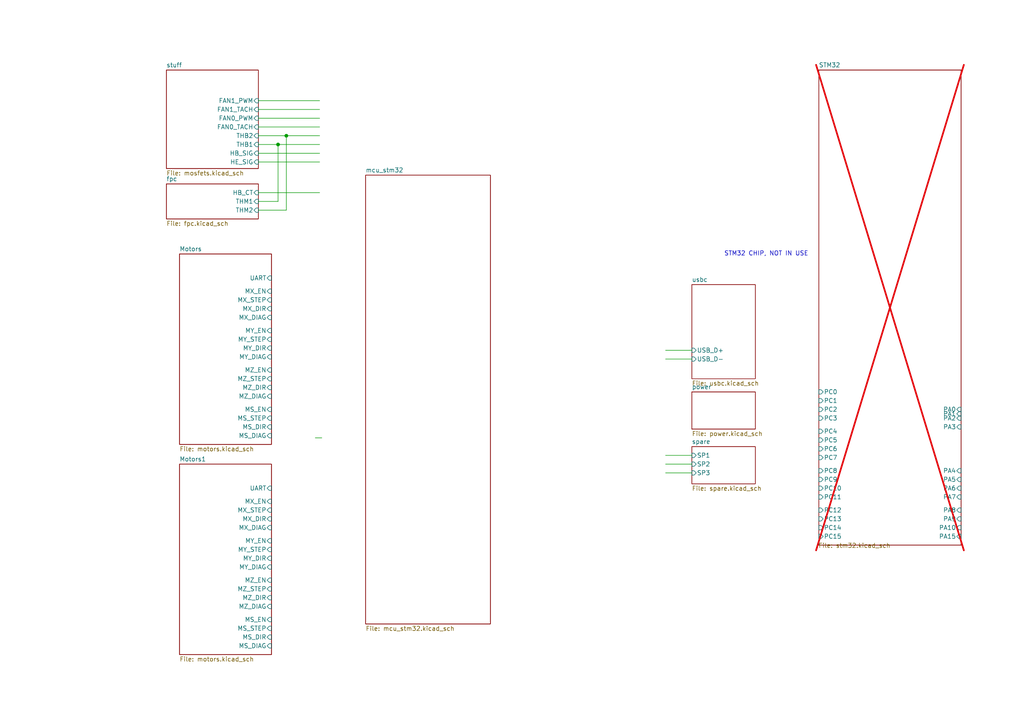
<source format=kicad_sch>
(kicad_sch
	(version 20250114)
	(generator "eeschema")
	(generator_version "9.0")
	(uuid "a288b6e0-7c74-4cd9-8c53-d587802da1e5")
	(paper "A4")
	(lib_symbols)
	(text "STM32 CHIP, NOT IN USE"
		(exclude_from_sim no)
		(at 222.25 73.66 0)
		(effects
			(font
				(size 1.27 1.27)
			)
		)
		(uuid "8c2d4954-c64f-45ae-a6bb-a923640a08fd")
	)
	(junction
		(at 80.645 41.91)
		(diameter 0)
		(color 0 0 0 0)
		(uuid "06d3fc7d-60a3-4034-a9a8-f8c1765f8b37")
	)
	(junction
		(at 83.0497 39.37)
		(diameter 0)
		(color 0 0 0 0)
		(uuid "83b98499-b24c-41be-ad73-3e65ea4cec9a")
	)
	(wire
		(pts
			(xy 74.93 39.37) (xy 83.0497 39.37)
		)
		(stroke
			(width 0)
			(type default)
		)
		(uuid "0974fe1a-0792-4cb8-b449-4fc2bb9cdc2a")
	)
	(wire
		(pts
			(xy 193.04 101.6) (xy 200.66 101.6)
		)
		(stroke
			(width 0)
			(type default)
		)
		(uuid "105d0e84-8c8d-416a-ba6a-5b62cde5aa9d")
	)
	(wire
		(pts
			(xy 74.93 60.96) (xy 83.0497 60.96)
		)
		(stroke
			(width 0)
			(type default)
		)
		(uuid "12189b55-5064-4f1f-ab48-500b884b3a64")
	)
	(wire
		(pts
			(xy 74.93 41.91) (xy 80.645 41.91)
		)
		(stroke
			(width 0)
			(type default)
		)
		(uuid "12c8fe60-c4c2-4bb0-ad51-a5ddcdeb3eea")
	)
	(wire
		(pts
			(xy 193.04 104.14) (xy 200.66 104.14)
		)
		(stroke
			(width 0)
			(type default)
		)
		(uuid "34edcce4-7b31-4258-a1b1-08df57e22e39")
	)
	(wire
		(pts
			(xy 74.93 55.88) (xy 92.71 55.88)
		)
		(stroke
			(width 0)
			(type default)
		)
		(uuid "4cca0b73-76f6-4d85-a1d6-eb38d41e82f8")
	)
	(wire
		(pts
			(xy 74.93 36.83) (xy 92.71 36.83)
		)
		(stroke
			(width 0)
			(type default)
		)
		(uuid "501287f7-befc-47ac-8137-fd9af77fed9b")
	)
	(wire
		(pts
			(xy 74.93 58.42) (xy 80.645 58.42)
		)
		(stroke
			(width 0)
			(type default)
		)
		(uuid "5a18361b-7ab2-46ab-b1b5-fd241dce62b0")
	)
	(wire
		(pts
			(xy 193.04 132.08) (xy 200.66 132.08)
		)
		(stroke
			(width 0)
			(type default)
		)
		(uuid "5f2f181a-7765-428d-9111-8d834ac74781")
	)
	(wire
		(pts
			(xy 74.93 44.45) (xy 92.71 44.45)
		)
		(stroke
			(width 0)
			(type default)
		)
		(uuid "7facdec9-fb32-4473-8011-34a122d407c9")
	)
	(wire
		(pts
			(xy 74.93 46.99) (xy 92.71 46.99)
		)
		(stroke
			(width 0)
			(type default)
		)
		(uuid "97734dc2-3c01-4987-a3a7-3b1bf8233c57")
	)
	(wire
		(pts
			(xy 80.645 41.91) (xy 92.71 41.91)
		)
		(stroke
			(width 0)
			(type default)
		)
		(uuid "98e432c3-d916-4609-a6c0-9f5ab0710c0e")
	)
	(wire
		(pts
			(xy 74.93 29.21) (xy 92.71 29.21)
		)
		(stroke
			(width 0)
			(type default)
		)
		(uuid "a0843c20-2a36-464d-89e6-ea74c98cff88")
	)
	(wire
		(pts
			(xy 80.645 58.42) (xy 80.645 41.91)
		)
		(stroke
			(width 0)
			(type default)
		)
		(uuid "a1b931ca-548d-4861-9ce9-3c0928aa96e1")
	)
	(wire
		(pts
			(xy 193.04 137.16) (xy 200.66 137.16)
		)
		(stroke
			(width 0)
			(type default)
		)
		(uuid "a509b8db-7c7f-4c9c-a921-a728a2ed535e")
	)
	(wire
		(pts
			(xy 74.93 31.75) (xy 92.71 31.75)
		)
		(stroke
			(width 0)
			(type default)
		)
		(uuid "bb6b16a0-6bcc-4a46-83e6-76efbe13768c")
	)
	(wire
		(pts
			(xy 74.93 34.29) (xy 92.71 34.29)
		)
		(stroke
			(width 0)
			(type default)
		)
		(uuid "c2782836-4361-4f09-aeec-6414bce550ed")
	)
	(wire
		(pts
			(xy 83.0497 60.96) (xy 83.0497 39.37)
		)
		(stroke
			(width 0)
			(type default)
		)
		(uuid "c722e211-1ad2-453e-b552-5a1c6d721508")
	)
	(wire
		(pts
			(xy 91.44 127) (xy 93.345 127)
		)
		(stroke
			(width 0)
			(type default)
		)
		(uuid "dfa15363-8498-4dab-b645-49ff40eb2842")
	)
	(wire
		(pts
			(xy 193.04 134.62) (xy 200.66 134.62)
		)
		(stroke
			(width 0)
			(type default)
		)
		(uuid "f37c8275-984a-46d2-ba9d-a1061bca92ff")
	)
	(wire
		(pts
			(xy 83.0497 39.37) (xy 92.71 39.37)
		)
		(stroke
			(width 0)
			(type default)
		)
		(uuid "fecc168a-c7bc-4a01-b15c-69700f096bc5")
	)
	(sheet
		(at 52.07 134.62)
		(size 26.67 55.245)
		(exclude_from_sim no)
		(in_bom yes)
		(on_board yes)
		(dnp no)
		(fields_autoplaced yes)
		(stroke
			(width 0.1524)
			(type solid)
		)
		(fill
			(color 0 0 0 0.0000)
		)
		(uuid "55a65d08-43ee-456e-9750-5e9df50d0c33")
		(property "Sheetname" "Motors1"
			(at 52.07 133.9084 0)
			(effects
				(font
					(size 1.27 1.27)
				)
				(justify left bottom)
			)
		)
		(property "Sheetfile" "motors.kicad_sch"
			(at 52.07 190.4496 0)
			(effects
				(font
					(size 1.27 1.27)
				)
				(justify left top)
			)
		)
		(pin "MX_EN" input
			(at 78.74 145.415 0)
			(uuid "32fb3c55-8887-4665-aeee-2f2c7e04231e")
			(effects
				(font
					(size 1.27 1.27)
				)
				(justify right)
			)
		)
		(pin "MX_DIAG" input
			(at 78.74 153.035 0)
			(uuid "bdfbc95f-5501-4ca2-ad41-8f8ab29e05fa")
			(effects
				(font
					(size 1.27 1.27)
				)
				(justify right)
			)
		)
		(pin "MS_DIAG" input
			(at 78.74 187.325 0)
			(uuid "d40eb645-ede8-4564-964a-259ae7ff636b")
			(effects
				(font
					(size 1.27 1.27)
				)
				(justify right)
			)
		)
		(pin "MS_EN" input
			(at 78.74 179.705 0)
			(uuid "1d3480c0-2b5a-4752-92e0-a61ca674bd4c")
			(effects
				(font
					(size 1.27 1.27)
				)
				(justify right)
			)
		)
		(pin "MS_DIR" input
			(at 78.74 184.785 0)
			(uuid "cf1c55dd-2c3b-415f-be5e-e9d69b1ae79d")
			(effects
				(font
					(size 1.27 1.27)
				)
				(justify right)
			)
		)
		(pin "MS_STEP" input
			(at 78.74 182.245 0)
			(uuid "788d7e07-72d8-4b91-8d1f-fbfa1cada693")
			(effects
				(font
					(size 1.27 1.27)
				)
				(justify right)
			)
		)
		(pin "MX_DIR" input
			(at 78.74 150.495 0)
			(uuid "7a174314-5a90-4730-8df9-6c3ecd2275fa")
			(effects
				(font
					(size 1.27 1.27)
				)
				(justify right)
			)
		)
		(pin "MX_STEP" input
			(at 78.74 147.955 0)
			(uuid "10e77176-d4c8-471e-b412-2dcea805c65f")
			(effects
				(font
					(size 1.27 1.27)
				)
				(justify right)
			)
		)
		(pin "MY_STEP" input
			(at 78.74 159.385 0)
			(uuid "77bbf008-2b33-498d-a495-70ad00dd55a5")
			(effects
				(font
					(size 1.27 1.27)
				)
				(justify right)
			)
		)
		(pin "MY_DIAG" input
			(at 78.74 164.465 0)
			(uuid "69e5b0e4-eb5b-4efc-aeb6-edfa763dfa8a")
			(effects
				(font
					(size 1.27 1.27)
				)
				(justify right)
			)
		)
		(pin "MY_EN" input
			(at 78.74 156.845 0)
			(uuid "5a579465-a16c-42bc-921b-fe87be783345")
			(effects
				(font
					(size 1.27 1.27)
				)
				(justify right)
			)
		)
		(pin "MY_DIR" input
			(at 78.74 161.925 0)
			(uuid "89859c80-0231-4b98-b1ab-53c46893fa4b")
			(effects
				(font
					(size 1.27 1.27)
				)
				(justify right)
			)
		)
		(pin "MZ_DIAG" input
			(at 78.74 175.895 0)
			(uuid "5d5d2d22-6b75-482a-9250-b3da0c81a15f")
			(effects
				(font
					(size 1.27 1.27)
				)
				(justify right)
			)
		)
		(pin "MZ_EN" input
			(at 78.74 168.275 0)
			(uuid "87d1dcf2-b799-4f0c-814a-39a1f1b16463")
			(effects
				(font
					(size 1.27 1.27)
				)
				(justify right)
			)
		)
		(pin "MZ_DIR" input
			(at 78.74 173.355 0)
			(uuid "50c9007c-fe93-4bcc-9541-fc17a49ee9b7")
			(effects
				(font
					(size 1.27 1.27)
				)
				(justify right)
			)
		)
		(pin "MZ_STEP" input
			(at 78.74 170.815 0)
			(uuid "1cd63d5f-fe40-4b4d-bc2d-a35a78a3d4a0")
			(effects
				(font
					(size 1.27 1.27)
				)
				(justify right)
			)
		)
		(pin "UART" input
			(at 78.74 141.605 0)
			(uuid "62910191-75e1-4bb0-ac2b-6b0769a41952")
			(effects
				(font
					(size 1.27 1.27)
				)
				(justify right)
			)
		)
		(instances
			(project "A1_SMD_MB"
				(path "/a288b6e0-7c74-4cd9-8c53-d587802da1e5"
					(page "14")
				)
			)
		)
	)
	(sheet
		(at 200.66 82.55)
		(size 18.415 27.305)
		(exclude_from_sim no)
		(in_bom yes)
		(on_board yes)
		(dnp no)
		(fields_autoplaced yes)
		(stroke
			(width 0.1524)
			(type solid)
		)
		(fill
			(color 0 0 0 0.0000)
		)
		(uuid "76e2f7e6-53e2-44a4-83c5-ae92990d36c3")
		(property "Sheetname" "usbc"
			(at 200.66 81.8384 0)
			(effects
				(font
					(size 1.27 1.27)
				)
				(justify left bottom)
			)
		)
		(property "Sheetfile" "usbc.kicad_sch"
			(at 200.66 110.4396 0)
			(effects
				(font
					(size 1.27 1.27)
				)
				(justify left top)
			)
		)
		(pin "USB_D-" input
			(at 200.66 104.14 180)
			(uuid "f837ed7b-3469-423e-ab7f-daae0e3127e0")
			(effects
				(font
					(size 1.27 1.27)
				)
				(justify left)
			)
		)
		(pin "USB_D+" input
			(at 200.66 101.6 180)
			(uuid "5f14b671-dca2-47dd-896a-834d1081c1fb")
			(effects
				(font
					(size 1.27 1.27)
				)
				(justify left)
			)
		)
		(instances
			(project "A1_SMD_MB"
				(path "/a288b6e0-7c74-4cd9-8c53-d587802da1e5"
					(page "13")
				)
			)
		)
	)
	(sheet
		(at 48.26 53.34)
		(size 26.67 10.16)
		(exclude_from_sim no)
		(in_bom yes)
		(on_board yes)
		(dnp no)
		(fields_autoplaced yes)
		(stroke
			(width 0.1524)
			(type solid)
		)
		(fill
			(color 0 0 0 0.0000)
		)
		(uuid "904ae54b-5786-47e6-9eb2-c3b704383801")
		(property "Sheetname" "fpc"
			(at 48.26 52.6284 0)
			(effects
				(font
					(size 1.27 1.27)
				)
				(justify left bottom)
			)
		)
		(property "Sheetfile" "fpc.kicad_sch"
			(at 48.26 64.0846 0)
			(effects
				(font
					(size 1.27 1.27)
				)
				(justify left top)
			)
		)
		(pin "THM2" input
			(at 74.93 60.96 0)
			(uuid "5fae6818-4b03-4ca0-85ae-1e01f7c6f21c")
			(effects
				(font
					(size 1.27 1.27)
				)
				(justify right)
			)
		)
		(pin "THM1" input
			(at 74.93 58.42 0)
			(uuid "68f2191d-b462-40b3-afb1-8a620bbf1ede")
			(effects
				(font
					(size 1.27 1.27)
				)
				(justify right)
			)
		)
		(pin "HB_CT" input
			(at 74.93 55.88 0)
			(uuid "22378b4e-56aa-4fad-bdd1-7c2654119738")
			(effects
				(font
					(size 1.27 1.27)
				)
				(justify right)
			)
		)
		(instances
			(project "A1_SMD_MB"
				(path "/a288b6e0-7c74-4cd9-8c53-d587802da1e5"
					(page "8")
				)
			)
		)
	)
	(sheet
		(at 52.07 73.66)
		(size 26.67 55.245)
		(exclude_from_sim no)
		(in_bom yes)
		(on_board yes)
		(dnp no)
		(fields_autoplaced yes)
		(stroke
			(width 0.1524)
			(type solid)
		)
		(fill
			(color 0 0 0 0.0000)
		)
		(uuid "a00a7ee4-471c-4552-bc8c-cbcb57c96fdf")
		(property "Sheetname" "Motors"
			(at 52.07 72.9484 0)
			(effects
				(font
					(size 1.27 1.27)
				)
				(justify left bottom)
			)
		)
		(property "Sheetfile" "motors.kicad_sch"
			(at 52.07 129.4896 0)
			(effects
				(font
					(size 1.27 1.27)
				)
				(justify left top)
			)
		)
		(pin "MX_EN" input
			(at 78.74 84.455 0)
			(uuid "bb2f0c1b-b9b1-4204-b11a-177801246c84")
			(effects
				(font
					(size 1.27 1.27)
				)
				(justify right)
			)
		)
		(pin "MX_DIAG" input
			(at 78.74 92.075 0)
			(uuid "2bded50c-91ae-40c2-8fdf-afbcab99f8cc")
			(effects
				(font
					(size 1.27 1.27)
				)
				(justify right)
			)
		)
		(pin "MS_DIAG" input
			(at 78.74 126.365 0)
			(uuid "362d32a2-8466-4bc4-a142-b850098a1b41")
			(effects
				(font
					(size 1.27 1.27)
				)
				(justify right)
			)
		)
		(pin "MS_EN" input
			(at 78.74 118.745 0)
			(uuid "e800f780-315c-44b3-a40e-e3b28b546a46")
			(effects
				(font
					(size 1.27 1.27)
				)
				(justify right)
			)
		)
		(pin "MS_DIR" input
			(at 78.74 123.825 0)
			(uuid "57b72471-e2c7-48f2-9aef-404c84a4d2d8")
			(effects
				(font
					(size 1.27 1.27)
				)
				(justify right)
			)
		)
		(pin "MS_STEP" input
			(at 78.74 121.285 0)
			(uuid "7b55a991-dc73-4ecd-9fd9-fb3cd129c50b")
			(effects
				(font
					(size 1.27 1.27)
				)
				(justify right)
			)
		)
		(pin "MX_DIR" input
			(at 78.74 89.535 0)
			(uuid "cd63c91d-417c-4500-8c33-6ece6ad918e2")
			(effects
				(font
					(size 1.27 1.27)
				)
				(justify right)
			)
		)
		(pin "MX_STEP" input
			(at 78.74 86.995 0)
			(uuid "5c220a4d-09bc-4c95-9c4f-71c3b4f9a8fd")
			(effects
				(font
					(size 1.27 1.27)
				)
				(justify right)
			)
		)
		(pin "MY_STEP" input
			(at 78.74 98.425 0)
			(uuid "c60ccee4-79dd-481f-af31-bfdb7d9b5d0f")
			(effects
				(font
					(size 1.27 1.27)
				)
				(justify right)
			)
		)
		(pin "MY_DIAG" input
			(at 78.74 103.505 0)
			(uuid "8586e70c-ca14-40c4-871f-657002b22511")
			(effects
				(font
					(size 1.27 1.27)
				)
				(justify right)
			)
		)
		(pin "MY_EN" input
			(at 78.74 95.885 0)
			(uuid "f045e69d-b5ad-47fe-b646-f702e31b0e98")
			(effects
				(font
					(size 1.27 1.27)
				)
				(justify right)
			)
		)
		(pin "MY_DIR" input
			(at 78.74 100.965 0)
			(uuid "55130cff-2b06-44af-9956-ce6935940f23")
			(effects
				(font
					(size 1.27 1.27)
				)
				(justify right)
			)
		)
		(pin "MZ_DIAG" input
			(at 78.74 114.935 0)
			(uuid "2f27aefa-5902-4fe2-9cb5-41e16e25d072")
			(effects
				(font
					(size 1.27 1.27)
				)
				(justify right)
			)
		)
		(pin "MZ_EN" input
			(at 78.74 107.315 0)
			(uuid "6d2e32b6-d4c4-40af-87cd-f5de8ab4632c")
			(effects
				(font
					(size 1.27 1.27)
				)
				(justify right)
			)
		)
		(pin "MZ_DIR" input
			(at 78.74 112.395 0)
			(uuid "d46aff5c-c23c-4a85-94c2-f7bca74cbe3d")
			(effects
				(font
					(size 1.27 1.27)
				)
				(justify right)
			)
		)
		(pin "MZ_STEP" input
			(at 78.74 109.855 0)
			(uuid "1801bedd-a524-43b8-b462-f31b84067617")
			(effects
				(font
					(size 1.27 1.27)
				)
				(justify right)
			)
		)
		(pin "UART" input
			(at 78.74 80.645 0)
			(uuid "f025decc-97ca-42fd-8d28-86e6a11b89fe")
			(effects
				(font
					(size 1.27 1.27)
				)
				(justify right)
			)
		)
		(instances
			(project "A1_SMD_MB"
				(path "/a288b6e0-7c74-4cd9-8c53-d587802da1e5"
					(page "3")
				)
			)
		)
	)
	(sheet
		(at 200.66 113.665)
		(size 18.415 10.795)
		(exclude_from_sim no)
		(in_bom yes)
		(on_board yes)
		(dnp no)
		(fields_autoplaced yes)
		(stroke
			(width 0.1524)
			(type solid)
		)
		(fill
			(color 0 0 0 0.0000)
		)
		(uuid "a68aa3b6-5c71-4234-b6ef-cd83ec75fe4e")
		(property "Sheetname" "power"
			(at 200.66 112.9534 0)
			(effects
				(font
					(size 1.27 1.27)
				)
				(justify left bottom)
			)
		)
		(property "Sheetfile" "power.kicad_sch"
			(at 200.66 125.0446 0)
			(effects
				(font
					(size 1.27 1.27)
				)
				(justify left top)
			)
		)
		(instances
			(project "A1_SMD_MB"
				(path "/a288b6e0-7c74-4cd9-8c53-d587802da1e5"
					(page "11")
				)
			)
		)
	)
	(sheet
		(at 200.66 129.54)
		(size 18.415 10.795)
		(exclude_from_sim no)
		(in_bom yes)
		(on_board yes)
		(dnp no)
		(fields_autoplaced yes)
		(stroke
			(width 0.1524)
			(type solid)
		)
		(fill
			(color 0 0 0 0.0000)
		)
		(uuid "aacd0382-e1f8-413b-8d04-188190fbb7e1")
		(property "Sheetname" "spare"
			(at 200.66 128.8284 0)
			(effects
				(font
					(size 1.27 1.27)
				)
				(justify left bottom)
			)
		)
		(property "Sheetfile" "spare.kicad_sch"
			(at 200.66 140.9196 0)
			(effects
				(font
					(size 1.27 1.27)
				)
				(justify left top)
			)
		)
		(pin "SP3" input
			(at 200.66 137.16 180)
			(uuid "a1bef569-9be7-4ce2-a6ea-1a9a186c8a35")
			(effects
				(font
					(size 1.27 1.27)
				)
				(justify left)
			)
		)
		(pin "SP1" input
			(at 200.66 132.08 180)
			(uuid "3b27ad53-e05f-4e11-ba89-c72b6f366578")
			(effects
				(font
					(size 1.27 1.27)
				)
				(justify left)
			)
		)
		(pin "SP2" input
			(at 200.66 134.62 180)
			(uuid "ca038afd-bde0-4548-abbf-46ea197df59f")
			(effects
				(font
					(size 1.27 1.27)
				)
				(justify left)
			)
		)
		(instances
			(project "A1_SMD_MB"
				(path "/a288b6e0-7c74-4cd9-8c53-d587802da1e5"
					(page "12")
				)
			)
		)
	)
	(sheet
		(at 237.49 20.32)
		(size 41.275 137.795)
		(exclude_from_sim yes)
		(in_bom no)
		(on_board no)
		(dnp yes)
		(stroke
			(width 0.1524)
			(type solid)
		)
		(fill
			(color 0 0 0 0.0000)
		)
		(uuid "dad61dce-0c7e-45e0-9345-a3ece91c1e87")
		(property "Sheetname" "STM32"
			(at 237.49 19.6084 0)
			(effects
				(font
					(size 1.27 1.27)
				)
				(justify left bottom)
			)
		)
		(property "Sheetfile" "stm32.kicad_sch"
			(at 237.363 157.48 0)
			(effects
				(font
					(size 1.27 1.27)
				)
				(justify left top)
			)
		)
		(pin "PA10" input
			(at 278.765 153.035 0)
			(uuid "da19c463-a037-4400-b362-d751bd63b83d")
			(effects
				(font
					(size 1.27 1.27)
				)
				(justify right)
			)
		)
		(pin "PA3" input
			(at 278.765 123.825 0)
			(uuid "2d694acb-a776-4983-9a1f-e38f5d8e10dd")
			(effects
				(font
					(size 1.27 1.27)
				)
				(justify right)
			)
		)
		(pin "PA15" input
			(at 278.765 155.575 0)
			(uuid "754daf9e-6f17-4ed1-95d2-7f16e58a8235")
			(effects
				(font
					(size 1.27 1.27)
				)
				(justify right)
			)
		)
		(pin "PA5" input
			(at 278.765 139.065 0)
			(uuid "8ce3c7b1-a959-4605-9203-a94ddaa2dd7b")
			(effects
				(font
					(size 1.27 1.27)
				)
				(justify right)
			)
		)
		(pin "PA7" input
			(at 278.765 144.145 0)
			(uuid "ed763b5a-e6c6-4568-b821-dfc79efced20")
			(effects
				(font
					(size 1.27 1.27)
				)
				(justify right)
			)
		)
		(pin "PA0" input
			(at 278.765 118.745 0)
			(uuid "3d699f35-9a33-442b-8c91-4ca4a02bd77b")
			(effects
				(font
					(size 1.27 1.27)
				)
				(justify right)
			)
		)
		(pin "PA2" input
			(at 278.765 121.285 0)
			(uuid "4b579cd8-3cb8-4825-8cdf-92d2f6294e77")
			(effects
				(font
					(size 1.27 1.27)
				)
				(justify right)
			)
		)
		(pin "PA1" input
			(at 278.765 120.015 0)
			(uuid "96a75982-dbe4-401e-8bfb-86eb140a1d09")
			(effects
				(font
					(size 1.27 1.27)
				)
				(justify right)
			)
		)
		(pin "PA9" input
			(at 278.765 150.495 0)
			(uuid "6d6b3c10-4114-4b66-89c8-9fee0cf98efd")
			(effects
				(font
					(size 1.27 1.27)
				)
				(justify right)
			)
		)
		(pin "PA8" input
			(at 278.765 147.955 0)
			(uuid "1bffe0b7-364d-45a1-9404-f0d80e4d4438")
			(effects
				(font
					(size 1.27 1.27)
				)
				(justify right)
			)
		)
		(pin "PA6" input
			(at 278.765 141.605 0)
			(uuid "f561320a-617c-44a5-8dd1-2610dda089b2")
			(effects
				(font
					(size 1.27 1.27)
				)
				(justify right)
			)
		)
		(pin "PA4" input
			(at 278.765 136.525 0)
			(uuid "e05aa06e-7c7e-4d87-8249-986fe15afffb")
			(effects
				(font
					(size 1.27 1.27)
				)
				(justify right)
			)
		)
		(pin "PC0" input
			(at 237.49 113.665 180)
			(uuid "74a0f9aa-3c78-4a81-963a-5b9f22716c43")
			(effects
				(font
					(size 1.27 1.27)
				)
				(justify left)
			)
		)
		(pin "PC2" input
			(at 237.49 118.745 180)
			(uuid "3f8c105c-6519-4db7-aaa1-3973818d8797")
			(effects
				(font
					(size 1.27 1.27)
				)
				(justify left)
			)
		)
		(pin "PC6" input
			(at 237.49 130.175 180)
			(uuid "b12fb08b-46eb-41f8-9d3a-038c263bcc40")
			(effects
				(font
					(size 1.27 1.27)
				)
				(justify left)
			)
		)
		(pin "PC3" input
			(at 237.49 121.285 180)
			(uuid "f268a594-d6f7-4031-9984-cc97791e0dc3")
			(effects
				(font
					(size 1.27 1.27)
				)
				(justify left)
			)
		)
		(pin "PC5" input
			(at 237.49 127.635 180)
			(uuid "2fad70d9-f45b-4611-8d1b-3e3ea17e7a35")
			(effects
				(font
					(size 1.27 1.27)
				)
				(justify left)
			)
		)
		(pin "PC13" input
			(at 237.49 150.495 180)
			(uuid "ba3dcee7-777e-48a0-a006-c3be0e3e6d65")
			(effects
				(font
					(size 1.27 1.27)
				)
				(justify left)
			)
		)
		(pin "PC11" input
			(at 237.49 144.145 180)
			(uuid "39b1d279-25c0-49dc-8e05-f1bd4827a84d")
			(effects
				(font
					(size 1.27 1.27)
				)
				(justify left)
			)
		)
		(pin "PC8" input
			(at 237.49 136.525 180)
			(uuid "5b540e3b-0f9e-4ff8-8160-3291aee0c7da")
			(effects
				(font
					(size 1.27 1.27)
				)
				(justify left)
			)
		)
		(pin "PC15" input
			(at 237.49 155.575 180)
			(uuid "520c633d-8609-42e9-ad61-e8d2de706ba2")
			(effects
				(font
					(size 1.27 1.27)
				)
				(justify left)
			)
		)
		(pin "PC12" input
			(at 237.49 147.955 180)
			(uuid "ee46b777-d552-4139-be9c-730184b90d52")
			(effects
				(font
					(size 1.27 1.27)
				)
				(justify left)
			)
		)
		(pin "PC7" input
			(at 237.49 132.715 180)
			(uuid "8b165df5-0bf6-462a-be9c-508768ac1c84")
			(effects
				(font
					(size 1.27 1.27)
				)
				(justify left)
			)
		)
		(pin "PC14" input
			(at 237.49 153.035 180)
			(uuid "faf49913-d775-49c4-b7d7-e223ec7faa3c")
			(effects
				(font
					(size 1.27 1.27)
				)
				(justify left)
			)
		)
		(pin "PC10" input
			(at 237.49 141.605 180)
			(uuid "5edf9c0b-1e4f-4a81-9e69-e2d89d998c17")
			(effects
				(font
					(size 1.27 1.27)
				)
				(justify left)
			)
		)
		(pin "PC9" input
			(at 237.49 139.065 180)
			(uuid "0684ac13-f4c9-4072-bd51-e9f8b06f3edc")
			(effects
				(font
					(size 1.27 1.27)
				)
				(justify left)
			)
		)
		(pin "PC4" input
			(at 237.49 125.095 180)
			(uuid "2d0388f1-713e-45ee-8218-322fbb4b1483")
			(effects
				(font
					(size 1.27 1.27)
				)
				(justify left)
			)
		)
		(pin "PC1" input
			(at 237.49 116.205 180)
			(uuid "c84a83f1-ba57-4a00-86f0-fcc8f6ff3d4a")
			(effects
				(font
					(size 1.27 1.27)
				)
				(justify left)
			)
		)
		(instances
			(project "A1_SMD_MB"
				(path "/a288b6e0-7c74-4cd9-8c53-d587802da1e5"
					(page "2")
				)
			)
		)
	)
	(sheet
		(at 106.045 50.8)
		(size 36.195 130.175)
		(exclude_from_sim no)
		(in_bom yes)
		(on_board yes)
		(dnp no)
		(fields_autoplaced yes)
		(stroke
			(width 0.1524)
			(type solid)
		)
		(fill
			(color 0 0 0 0.0000)
		)
		(uuid "e0d86a4f-3cb1-4133-9a3e-a1a5b106f425")
		(property "Sheetname" "mcu_stm32"
			(at 106.045 50.0884 0)
			(effects
				(font
					(size 1.27 1.27)
				)
				(justify left bottom)
			)
		)
		(property "Sheetfile" "mcu_stm32.kicad_sch"
			(at 106.045 181.5596 0)
			(effects
				(font
					(size 1.27 1.27)
				)
				(justify left top)
			)
		)
		(instances
			(project "A1_SMD_MB"
				(path "/a288b6e0-7c74-4cd9-8c53-d587802da1e5"
					(page "18")
				)
			)
		)
	)
	(sheet
		(at 48.26 20.32)
		(size 26.67 28.575)
		(exclude_from_sim no)
		(in_bom yes)
		(on_board yes)
		(dnp no)
		(fields_autoplaced yes)
		(stroke
			(width 0.1524)
			(type solid)
		)
		(fill
			(color 0 0 0 0.0000)
		)
		(uuid "f36bb712-cbb8-477f-bcce-ac4f531d8c54")
		(property "Sheetname" "stuff"
			(at 48.26 19.6084 0)
			(effects
				(font
					(size 1.27 1.27)
				)
				(justify left bottom)
			)
		)
		(property "Sheetfile" "mosfets.kicad_sch"
			(at 48.26 49.4796 0)
			(effects
				(font
					(size 1.27 1.27)
				)
				(justify left top)
			)
		)
		(pin "HE_SIG" input
			(at 74.93 46.99 0)
			(uuid "2883031a-f360-4e1b-b757-8748139ee249")
			(effects
				(font
					(size 1.27 1.27)
				)
				(justify right)
			)
		)
		(pin "HB_SIG" input
			(at 74.93 44.45 0)
			(uuid "ad77499f-61bd-4621-9ca3-aff18f037e8f")
			(effects
				(font
					(size 1.27 1.27)
				)
				(justify right)
			)
		)
		(pin "THB1" input
			(at 74.93 41.91 0)
			(uuid "7490e63a-f533-4beb-a7f9-712d9e1341da")
			(effects
				(font
					(size 1.27 1.27)
				)
				(justify right)
			)
		)
		(pin "THB2" input
			(at 74.93 39.37 0)
			(uuid "e81d13ef-8e1f-43b5-b03f-48f43baa628c")
			(effects
				(font
					(size 1.27 1.27)
				)
				(justify right)
			)
		)
		(pin "FAN0_PWM" input
			(at 74.93 34.29 0)
			(uuid "8e8fcc47-6064-4e31-8bd5-0181dcab0d3b")
			(effects
				(font
					(size 1.27 1.27)
				)
				(justify right)
			)
		)
		(pin "FAN0_TACH" input
			(at 74.93 36.83 0)
			(uuid "41af080f-377a-4902-a74b-790e0236b932")
			(effects
				(font
					(size 1.27 1.27)
				)
				(justify right)
			)
		)
		(pin "FAN1_TACH" input
			(at 74.93 31.75 0)
			(uuid "30bbffe5-db70-4562-bff0-236130e67b17")
			(effects
				(font
					(size 1.27 1.27)
				)
				(justify right)
			)
		)
		(pin "FAN1_PWM" input
			(at 74.93 29.21 0)
			(uuid "a474a1e5-d174-4b23-a630-4d8a777b2bcd")
			(effects
				(font
					(size 1.27 1.27)
				)
				(justify right)
			)
		)
		(instances
			(project "A1_SMD_MB"
				(path "/a288b6e0-7c74-4cd9-8c53-d587802da1e5"
					(page "9")
				)
			)
		)
	)
	(sheet_instances
		(path "/"
			(page "1")
		)
	)
	(embedded_fonts no)
)

</source>
